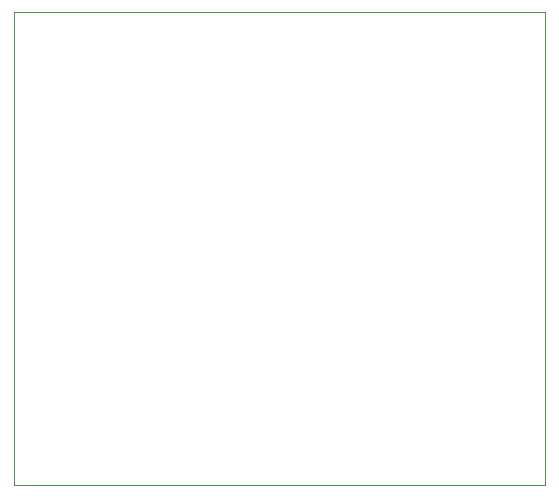
<source format=gm1>
%TF.GenerationSoftware,KiCad,Pcbnew,7.0.5-1.fc38*%
%TF.CreationDate,2023-07-21T11:59:43-04:00*%
%TF.ProjectId,driver-v0,64726976-6572-42d7-9630-2e6b69636164,rev?*%
%TF.SameCoordinates,Original*%
%TF.FileFunction,Profile,NP*%
%FSLAX46Y46*%
G04 Gerber Fmt 4.6, Leading zero omitted, Abs format (unit mm)*
G04 Created by KiCad (PCBNEW 7.0.5-1.fc38) date 2023-07-21 11:59:43*
%MOMM*%
%LPD*%
G01*
G04 APERTURE LIST*
%TA.AperFunction,Profile*%
%ADD10C,0.100000*%
%TD*%
G04 APERTURE END LIST*
D10*
X126000000Y-92000000D02*
X171000000Y-92000000D01*
X171000000Y-132000000D01*
X126000000Y-132000000D01*
X126000000Y-92000000D01*
M02*

</source>
